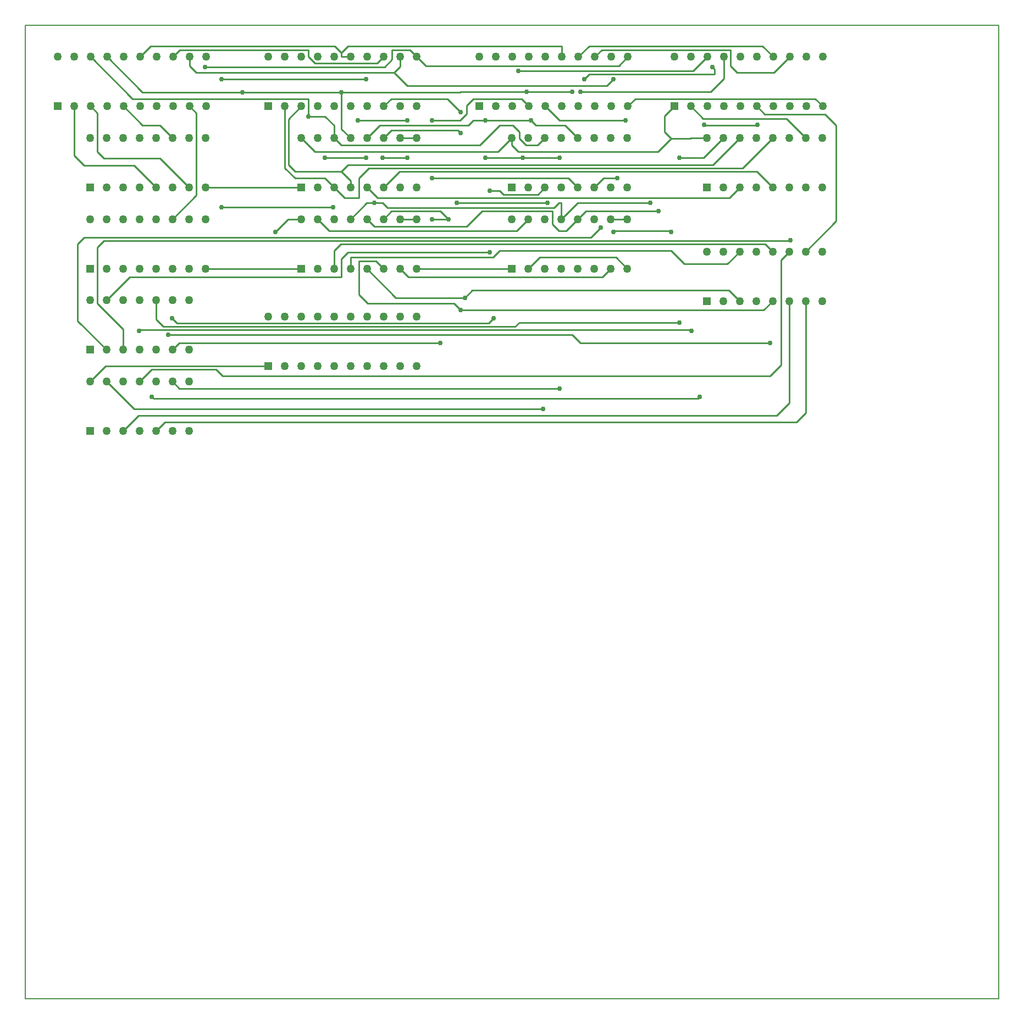
<source format=gbr>
G04 PROTEUS GERBER X2 FILE*
%TF.GenerationSoftware,Labcenter,Proteus,8.6-SP2-Build23525*%
%TF.CreationDate,2019-09-23T20:59:54+00:00*%
%TF.FileFunction,Copper,L1,Top*%
%TF.FilePolarity,Positive*%
%TF.Part,Single*%
%FSLAX45Y45*%
%MOMM*%
G01*
%TA.AperFunction,Conductor*%
%ADD10C,0.254000*%
%TA.AperFunction,ViaPad*%
%ADD11C,0.762000*%
%TA.AperFunction,ComponentPad*%
%ADD12R,1.270000X1.270000*%
%ADD13C,1.270000*%
%TA.AperFunction,Profile*%
%ADD14C,0.203200*%
%TD.AperFunction*%
D10*
X-1206500Y+8191500D02*
X-1219200Y+8178800D01*
X-11785600Y+8178800D01*
X-11887200Y+8077200D01*
X-11887200Y+7213600D01*
X-11492000Y+6818400D01*
X-11492000Y+6500000D01*
X-11239500Y+6794500D02*
X-11226800Y+6807200D01*
X-2743200Y+6807200D01*
X-2730500Y+6794500D01*
X-2921000Y+9461500D02*
X-2546500Y+9461500D01*
X-2246000Y+9762000D01*
X-2921000Y+6921500D02*
X-5384800Y+6921500D01*
X-5448300Y+6858000D01*
X-10871200Y+6858000D01*
X-10984000Y+6970800D01*
X-10984000Y+7262000D01*
X-10795000Y+6731000D02*
X-4572000Y+6731000D01*
X-4445000Y+6604000D01*
X-1524000Y+6604000D01*
X-11492000Y+5250000D02*
X-11255600Y+5486400D01*
X-1422400Y+5486400D01*
X-1230000Y+5678800D01*
X-1230000Y+7250000D01*
X-11049000Y+5778500D02*
X-11017250Y+5746750D01*
X-2635250Y+5746750D01*
X-2603500Y+5778500D01*
X-11238000Y+6012000D02*
X-11052400Y+6197600D01*
X-10058400Y+6197600D01*
X-9956800Y+6096000D01*
X-1524000Y+6096000D01*
X-1357000Y+6263000D01*
X-1357000Y+7885000D01*
X-1230000Y+8012000D01*
X-10984000Y+9000000D02*
X-11320598Y+9336598D01*
X-12090400Y+9336598D01*
X-12246000Y+9492198D01*
X-12246000Y+10250000D01*
X-10476000Y+9000000D02*
X-10924800Y+9448800D01*
X-11785600Y+9448800D01*
X-11887200Y+9550400D01*
X-11887200Y+10145200D01*
X-11992000Y+10250000D01*
X-10730000Y+9762000D02*
X-10924800Y+9956800D01*
X-11190800Y+9956800D01*
X-11484000Y+10250000D01*
X-10730000Y+8512000D02*
X-10363200Y+8878800D01*
X-10363200Y+10145200D01*
X-10468000Y+10250000D01*
X-10984000Y+5250000D02*
X-10849200Y+5384800D01*
X-1117600Y+5384800D01*
X-976000Y+5526400D01*
X-976000Y+7250000D01*
X-976000Y+8012000D02*
X-508000Y+8480000D01*
X-508000Y+9956800D01*
X-680000Y+10128800D01*
X-1608800Y+10128800D01*
X-1730000Y+10250000D01*
X-1714500Y+9969500D02*
X-1727200Y+9956800D01*
X-2527300Y+9956800D01*
X-2540000Y+9969500D01*
X-976000Y+9762000D02*
X-1272400Y+10058400D01*
X-2554400Y+10058400D01*
X-2746000Y+10250000D01*
X-6964000Y+11012000D02*
X-7071400Y+11119400D01*
X-7345000Y+11119400D01*
X-7345000Y+10972800D01*
X-7459300Y+10858500D01*
X-10223500Y+10858500D01*
X-6477000Y+8509000D02*
X-6731000Y+8509000D01*
X-6477000Y+8509000D02*
X-6604000Y+8636000D01*
X-7356000Y+8636000D01*
X-7480000Y+8512000D01*
X-6964000Y+11012000D02*
X-6823200Y+10871200D01*
X-3854800Y+10871200D01*
X-3714000Y+11012000D01*
X-3937000Y+8318500D02*
X-3924300Y+8331200D01*
X-3060700Y+8331200D01*
X-3048000Y+8318500D01*
X-7315200Y+10769600D02*
X-10363200Y+10769600D01*
X-10468000Y+10874400D01*
X-10468000Y+11012000D01*
X-7315200Y+10769600D02*
X-7112000Y+10566400D01*
X-4038600Y+10566400D01*
X-3937000Y+10668000D01*
X-7315200Y+10769600D02*
X-7218000Y+10866800D01*
X-7218000Y+11012000D01*
X-7734000Y+8512000D02*
X-7618200Y+8396200D01*
X-6197600Y+8396200D01*
X-5957800Y+8636000D01*
X-4876800Y+8636000D01*
X-4876800Y+8432800D01*
X-4775200Y+8331200D01*
X-4664800Y+8331200D01*
X-4484000Y+8512000D01*
X-4360000Y+8636000D01*
X-3238500Y+8636000D01*
X-7493000Y+8763000D02*
X-7620000Y+8763000D01*
X-7988000Y+8512000D02*
X-7737000Y+8763000D01*
X-7620000Y+8763000D01*
X-7472000Y+11012000D02*
X-7574150Y+10909850D01*
X-8534400Y+10909850D01*
X-8636000Y+11011450D01*
X-8636000Y+11119400D01*
X-10614600Y+11119400D01*
X-10722000Y+11012000D01*
X-4222000Y+11012000D02*
X-4114600Y+11119400D01*
X-2133600Y+11119400D01*
X-2133600Y+10871200D01*
X-2032000Y+10769600D01*
X-1464400Y+10769600D01*
X-1222000Y+11012000D01*
X-4738000Y+8512000D02*
X-4738000Y+8763000D01*
X-4775200Y+8763000D01*
X-4851400Y+8686800D01*
X-7416800Y+8686800D01*
X-7493000Y+8763000D01*
X-4738000Y+8512000D02*
X-4487000Y+8763000D01*
X-3365500Y+8763000D01*
X-4476000Y+11012000D02*
X-4312000Y+11176000D01*
X-1640000Y+11176000D01*
X-1476000Y+11012000D01*
X-9969500Y+10668000D02*
X-7747000Y+10668000D01*
X-8255000Y+8699500D02*
X-9969500Y+8699500D01*
X-6350000Y+8763000D02*
X-4953000Y+8763000D01*
X-4381500Y+10668000D02*
X-4305300Y+10744200D01*
X-2381250Y+10744200D01*
X-2381250Y+10820400D01*
X-2413000Y+10852150D01*
X-2413000Y+10858500D01*
X-7980000Y+11012000D02*
X-8128000Y+11012000D01*
X-8128000Y+11074400D01*
X-4730000Y+11176000D02*
X-8026400Y+11176000D01*
X-8128000Y+11074400D01*
X-8229600Y+11176000D01*
X-11066000Y+11176000D01*
X-11230000Y+11012000D01*
X-7480000Y+9762000D02*
X-7357200Y+9884800D01*
X-6328800Y+9884800D01*
X-6286500Y+9842500D01*
X-4730000Y+11012000D02*
X-4730000Y+11176000D01*
X-5207000Y+10033000D02*
X-5905500Y+10033000D01*
X-6096000Y+10033000D02*
X-6172200Y+9956800D01*
X-7539200Y+9956800D01*
X-7734000Y+9762000D01*
X-6096000Y+10033000D02*
X-5905500Y+10033000D01*
X-5207000Y+10033000D02*
X-5130800Y+9956800D01*
X-4678800Y+9956800D01*
X-4484000Y+9762000D01*
X-9652000Y+10464800D02*
X-11190800Y+10464800D01*
X-11738000Y+11012000D01*
X-8128000Y+10464800D02*
X-8128000Y+9902000D01*
X-7988000Y+9762000D01*
X-5080000Y+10477500D02*
X-5270500Y+10477500D01*
X-4445000Y+10477500D02*
X-2438400Y+10477500D01*
X-2238000Y+10677900D01*
X-2238000Y+11012000D01*
X-8128000Y+10464800D02*
X-9652000Y+10464800D01*
X-8128000Y+10464800D02*
X-6299200Y+10464800D01*
X-6286500Y+10477500D01*
X-5270500Y+10477500D01*
X-5080000Y+10477500D02*
X-4572000Y+10477500D01*
X-8636000Y+10096500D02*
X-8636000Y+10363200D01*
X-11343200Y+10363200D01*
X-11992000Y+11012000D01*
X-5397500Y+10795000D02*
X-2709000Y+10795000D01*
X-2492000Y+11012000D01*
X-8242000Y+9762000D02*
X-8242000Y+9956800D01*
X-8381700Y+10096500D01*
X-8636000Y+10096500D01*
X-8242000Y+9762000D02*
X-8132000Y+9652000D01*
X-5994400Y+9652000D01*
X-5689600Y+9956800D01*
X-5486400Y+9956800D01*
X-5384800Y+9855200D01*
X-5384800Y+9753600D01*
X-5283200Y+9652000D01*
X-5102000Y+9652000D01*
X-4992000Y+9762000D01*
X-7226000Y+7750000D02*
X-7096000Y+7620000D01*
X-4106000Y+7620000D01*
X-3976000Y+7750000D01*
X-3714000Y+10250000D02*
X-3600800Y+10363200D01*
X-827200Y+10363200D01*
X-714000Y+10250000D01*
X-5246000Y+7750000D02*
X-5071200Y+7924800D01*
X-3896800Y+7924800D01*
X-3722000Y+7750000D01*
X-10222000Y+9000000D02*
X-8750000Y+9000000D01*
X-6972000Y+7750000D02*
X-5500000Y+7750000D01*
X-10222000Y+7750000D02*
X-8750000Y+7750000D01*
X-6972000Y+8512000D02*
X-7226000Y+8512000D01*
X-7226000Y+9762000D02*
X-6972000Y+9762000D01*
X-3976000Y+8512000D02*
X-3722000Y+8512000D01*
X-6286500Y+7112000D02*
X-1622000Y+7112000D01*
X-1484000Y+7250000D01*
X-6286500Y+7112000D02*
X-6388100Y+7213600D01*
X-7721600Y+7213600D01*
X-7861000Y+7353000D01*
X-7861000Y+7862800D01*
X-7592800Y+7862800D01*
X-7480000Y+7750000D01*
X-6223000Y+7302500D02*
X-7286500Y+7302500D01*
X-7734000Y+7750000D01*
X-6223000Y+7302500D02*
X-6108700Y+7416800D01*
X-2158800Y+7416800D01*
X-1992000Y+7250000D01*
X-6286500Y+10160000D02*
X-6489700Y+10363200D01*
X-7358800Y+10363200D01*
X-7472000Y+10250000D01*
X-7988000Y+7750000D02*
X-7988000Y+7924800D01*
X-5791200Y+7924800D01*
X-5689600Y+8026400D01*
X-3048000Y+8026400D01*
X-2844800Y+7823200D01*
X-2180800Y+7823200D01*
X-1992000Y+8012000D01*
X-8242000Y+7750000D02*
X-8242000Y+8026400D01*
X-8140400Y+8128000D01*
X-1600000Y+8128000D01*
X-1484000Y+8012000D01*
X-7480000Y+9000000D02*
X-7234400Y+9245600D01*
X-1729600Y+9245600D01*
X-1484000Y+9000000D01*
X-7112000Y+10033000D02*
X-7874000Y+10033000D01*
X-7493000Y+9461500D02*
X-7112000Y+9461500D01*
X-7734000Y+9000000D02*
X-7573200Y+8839200D01*
X-2152800Y+8839200D01*
X-1992000Y+9000000D01*
X-7747000Y+9461500D02*
X-8382000Y+9461500D01*
X-8128000Y+9245600D02*
X-8026400Y+9347200D01*
X-2406800Y+9347200D01*
X-1992000Y+9762000D01*
X-8128000Y+9245600D02*
X-8839200Y+9245600D01*
X-8940800Y+9347200D01*
X-8940800Y+10051200D01*
X-8742000Y+10250000D01*
X-8128000Y+9245600D02*
X-7988000Y+9105600D01*
X-7988000Y+9000000D01*
X-8242000Y+9000000D02*
X-8081200Y+8839200D01*
X-7861000Y+8839200D01*
X-7861000Y+9144000D01*
X-7708600Y+9296400D01*
X-1949600Y+9296400D01*
X-1484000Y+9762000D01*
X-8242000Y+9000000D02*
X-8386000Y+9144000D01*
X-8839200Y+9144000D01*
X-8996000Y+9300800D01*
X-8996000Y+10250000D01*
X-4762500Y+5905500D02*
X-10623500Y+5905500D01*
X-10730000Y+6012000D01*
X-5016500Y+5588000D02*
X-11322000Y+5588000D01*
X-11746000Y+6012000D01*
X-4127500Y+8382000D02*
X-4279900Y+8229600D01*
X-12090400Y+8229600D01*
X-12192000Y+8128000D01*
X-12192000Y+6946000D01*
X-11746000Y+6500000D01*
X-3746500Y+10033000D02*
X-4767000Y+10033000D01*
X-4984000Y+10250000D01*
X-4230000Y+9000000D02*
X-4086000Y+9144000D01*
X-3873500Y+9144000D01*
X-6731000Y+9144000D02*
X-4628000Y+9144000D01*
X-4484000Y+9000000D01*
X-6604000Y+6604000D02*
X-10626000Y+6604000D01*
X-10730000Y+6500000D01*
X-6731000Y+10033000D02*
X-6299200Y+10033000D01*
X-6197600Y+10134600D01*
X-6197600Y+10261600D01*
X-6096000Y+10363200D01*
X-5351200Y+10363200D01*
X-5238000Y+10250000D01*
X-5334000Y+9461500D02*
X-4762500Y+9461500D01*
X-5334000Y+9461500D02*
X-5905500Y+9461500D01*
X-10731500Y+6985000D02*
X-10655300Y+6908800D01*
X-5854700Y+6908800D01*
X-5778500Y+6985000D01*
X-5842000Y+8953500D02*
X-5689600Y+8953500D01*
X-5630300Y+8894200D01*
X-5097800Y+8894200D01*
X-4992000Y+9000000D01*
X-5842000Y+8001000D02*
X-8026400Y+8001000D01*
X-8128000Y+7899400D01*
X-8128000Y+7620000D01*
X-11388000Y+7620000D01*
X-11746000Y+7262000D01*
X-8496000Y+8512000D02*
X-8315200Y+8331200D01*
X-5426800Y+8331200D01*
X-5246000Y+8512000D01*
X-8750000Y+9762000D02*
X-8538400Y+9550400D01*
X-5711600Y+9550400D01*
X-5500000Y+9762000D01*
X-12000000Y+6012000D02*
X-11762000Y+6250000D01*
X-9250000Y+6250000D01*
X-5500000Y+9762000D02*
X-5500000Y+9652000D01*
X-5398400Y+9550400D01*
X-3251200Y+9550400D01*
X-3048000Y+9753600D01*
X-9144000Y+8318500D02*
X-8950500Y+8512000D01*
X-8750000Y+8512000D01*
X-3000000Y+10250000D02*
X-3149600Y+10100400D01*
X-3149600Y+9855200D01*
X-3048000Y+9753600D01*
X-2500000Y+9762000D02*
X-2743200Y+9762000D01*
X-2751600Y+9753600D01*
X-3048000Y+9753600D01*
D11*
X-1206500Y+8191500D03*
X-2730500Y+6794500D03*
X-11239500Y+6794500D03*
X-2921000Y+9461500D03*
X-2921000Y+6921500D03*
X-1524000Y+6604000D03*
X-10795000Y+6731000D03*
X-2603500Y+5778500D03*
X-11049000Y+5778500D03*
X-2540000Y+9969500D03*
X-1714500Y+9969500D03*
X-10223500Y+10858500D03*
X-6731000Y+8509000D03*
X-3048000Y+8318500D03*
X-3937000Y+8318500D03*
X-6477000Y+8509000D03*
X-3937000Y+10668000D03*
X-3238500Y+8636000D03*
X-7620000Y+8763000D03*
X-3365500Y+8763000D03*
X-7747000Y+10668000D03*
X-9969500Y+10668000D03*
X-9969500Y+8699500D03*
X-8255000Y+8699500D03*
X-4953000Y+8763000D03*
X-6350000Y+8763000D03*
X-2413000Y+10858500D03*
X-4381500Y+10668000D03*
X-6286500Y+9842500D03*
X-5905500Y+10033000D03*
X-5207000Y+10033000D03*
X-5270500Y+10477500D03*
X-4445000Y+10477500D03*
X-4572000Y+10477500D03*
X-9652000Y+10464800D03*
X-8128000Y+10464800D03*
X-8636000Y+10096500D03*
X-5397500Y+10795000D03*
X-6286500Y+7112000D03*
X-6286500Y+10160000D03*
X-6223000Y+7302500D03*
X-7874000Y+10033000D03*
X-7112000Y+10033000D03*
X-7112000Y+9461500D03*
X-7493000Y+9461500D03*
X-8382000Y+9461500D03*
X-7747000Y+9461500D03*
X-4762500Y+5905500D03*
X-5016500Y+5588000D03*
X-4127500Y+8382000D03*
X-3746500Y+10033000D03*
X-3873500Y+9144000D03*
X-6604000Y+6604000D03*
X-6731000Y+9144000D03*
X-6731000Y+10033000D03*
X-4762500Y+9461500D03*
X-5905500Y+9461500D03*
X-5778500Y+6985000D03*
X-10731500Y+6985000D03*
X-5334000Y+9461500D03*
X-5842000Y+8001000D03*
X-5842000Y+8953500D03*
X-9144000Y+8318500D03*
D12*
X-12000000Y+9000000D03*
D13*
X-11746000Y+9000000D03*
X-11492000Y+9000000D03*
X-11238000Y+9000000D03*
X-10984000Y+9000000D03*
X-10730000Y+9000000D03*
X-10476000Y+9000000D03*
X-10222000Y+9000000D03*
X-10222000Y+9762000D03*
X-10476000Y+9762000D03*
X-10730000Y+9762000D03*
X-10984000Y+9762000D03*
X-11238000Y+9762000D03*
X-11492000Y+9762000D03*
X-11746000Y+9762000D03*
X-12000000Y+9762000D03*
D12*
X-12000000Y+7750000D03*
D13*
X-11746000Y+7750000D03*
X-11492000Y+7750000D03*
X-11238000Y+7750000D03*
X-10984000Y+7750000D03*
X-10730000Y+7750000D03*
X-10476000Y+7750000D03*
X-10222000Y+7750000D03*
X-10222000Y+8512000D03*
X-10476000Y+8512000D03*
X-10730000Y+8512000D03*
X-10984000Y+8512000D03*
X-11238000Y+8512000D03*
X-11492000Y+8512000D03*
X-11746000Y+8512000D03*
X-12000000Y+8512000D03*
D12*
X-8750000Y+9000000D03*
D13*
X-8496000Y+9000000D03*
X-8242000Y+9000000D03*
X-7988000Y+9000000D03*
X-7734000Y+9000000D03*
X-7480000Y+9000000D03*
X-7226000Y+9000000D03*
X-6972000Y+9000000D03*
X-6972000Y+9762000D03*
X-7226000Y+9762000D03*
X-7480000Y+9762000D03*
X-7734000Y+9762000D03*
X-7988000Y+9762000D03*
X-8242000Y+9762000D03*
X-8496000Y+9762000D03*
X-8750000Y+9762000D03*
D12*
X-8750000Y+7750000D03*
D13*
X-8496000Y+7750000D03*
X-8242000Y+7750000D03*
X-7988000Y+7750000D03*
X-7734000Y+7750000D03*
X-7480000Y+7750000D03*
X-7226000Y+7750000D03*
X-6972000Y+7750000D03*
X-6972000Y+8512000D03*
X-7226000Y+8512000D03*
X-7480000Y+8512000D03*
X-7734000Y+8512000D03*
X-7988000Y+8512000D03*
X-8242000Y+8512000D03*
X-8496000Y+8512000D03*
X-8750000Y+8512000D03*
D12*
X-9250000Y+10250000D03*
D13*
X-8996000Y+10250000D03*
X-8742000Y+10250000D03*
X-8488000Y+10250000D03*
X-8234000Y+10250000D03*
X-7980000Y+10250000D03*
X-7726000Y+10250000D03*
X-7472000Y+10250000D03*
X-7218000Y+10250000D03*
X-6964000Y+10250000D03*
X-6964000Y+11012000D03*
X-7218000Y+11012000D03*
X-7472000Y+11012000D03*
X-7726000Y+11012000D03*
X-7980000Y+11012000D03*
X-8234000Y+11012000D03*
X-8488000Y+11012000D03*
X-8742000Y+11012000D03*
X-8996000Y+11012000D03*
X-9250000Y+11012000D03*
D12*
X-5500000Y+9000000D03*
D13*
X-5246000Y+9000000D03*
X-4992000Y+9000000D03*
X-4738000Y+9000000D03*
X-4484000Y+9000000D03*
X-4230000Y+9000000D03*
X-3976000Y+9000000D03*
X-3722000Y+9000000D03*
X-3722000Y+9762000D03*
X-3976000Y+9762000D03*
X-4230000Y+9762000D03*
X-4484000Y+9762000D03*
X-4738000Y+9762000D03*
X-4992000Y+9762000D03*
X-5246000Y+9762000D03*
X-5500000Y+9762000D03*
D12*
X-5500000Y+7750000D03*
D13*
X-5246000Y+7750000D03*
X-4992000Y+7750000D03*
X-4738000Y+7750000D03*
X-4484000Y+7750000D03*
X-4230000Y+7750000D03*
X-3976000Y+7750000D03*
X-3722000Y+7750000D03*
X-3722000Y+8512000D03*
X-3976000Y+8512000D03*
X-4230000Y+8512000D03*
X-4484000Y+8512000D03*
X-4738000Y+8512000D03*
X-4992000Y+8512000D03*
X-5246000Y+8512000D03*
X-5500000Y+8512000D03*
D12*
X-6000000Y+10250000D03*
D13*
X-5746000Y+10250000D03*
X-5492000Y+10250000D03*
X-5238000Y+10250000D03*
X-4984000Y+10250000D03*
X-4730000Y+10250000D03*
X-4476000Y+10250000D03*
X-4222000Y+10250000D03*
X-3968000Y+10250000D03*
X-3714000Y+10250000D03*
X-3714000Y+11012000D03*
X-3968000Y+11012000D03*
X-4222000Y+11012000D03*
X-4476000Y+11012000D03*
X-4730000Y+11012000D03*
X-4984000Y+11012000D03*
X-5238000Y+11012000D03*
X-5492000Y+11012000D03*
X-5746000Y+11012000D03*
X-6000000Y+11012000D03*
D12*
X-12000000Y+6500000D03*
D13*
X-11746000Y+6500000D03*
X-11492000Y+6500000D03*
X-11238000Y+6500000D03*
X-10984000Y+6500000D03*
X-10730000Y+6500000D03*
X-10476000Y+6500000D03*
X-10476000Y+7262000D03*
X-10730000Y+7262000D03*
X-10984000Y+7262000D03*
X-11238000Y+7262000D03*
X-11492000Y+7262000D03*
X-11746000Y+7262000D03*
X-12000000Y+7262000D03*
D12*
X-12000000Y+5250000D03*
D13*
X-11746000Y+5250000D03*
X-11492000Y+5250000D03*
X-11238000Y+5250000D03*
X-10984000Y+5250000D03*
X-10730000Y+5250000D03*
X-10476000Y+5250000D03*
X-10476000Y+6012000D03*
X-10730000Y+6012000D03*
X-10984000Y+6012000D03*
X-11238000Y+6012000D03*
X-11492000Y+6012000D03*
X-11746000Y+6012000D03*
X-12000000Y+6012000D03*
D12*
X-9250000Y+6250000D03*
D13*
X-8996000Y+6250000D03*
X-8742000Y+6250000D03*
X-8488000Y+6250000D03*
X-8234000Y+6250000D03*
X-7980000Y+6250000D03*
X-7726000Y+6250000D03*
X-7472000Y+6250000D03*
X-7218000Y+6250000D03*
X-6964000Y+6250000D03*
X-6964000Y+7012000D03*
X-7218000Y+7012000D03*
X-7472000Y+7012000D03*
X-7726000Y+7012000D03*
X-7980000Y+7012000D03*
X-8234000Y+7012000D03*
X-8488000Y+7012000D03*
X-8742000Y+7012000D03*
X-8996000Y+7012000D03*
X-9250000Y+7012000D03*
D12*
X-2500000Y+9000000D03*
D13*
X-2246000Y+9000000D03*
X-1992000Y+9000000D03*
X-1738000Y+9000000D03*
X-1484000Y+9000000D03*
X-1230000Y+9000000D03*
X-976000Y+9000000D03*
X-722000Y+9000000D03*
X-722000Y+9762000D03*
X-976000Y+9762000D03*
X-1230000Y+9762000D03*
X-1484000Y+9762000D03*
X-1738000Y+9762000D03*
X-1992000Y+9762000D03*
X-2246000Y+9762000D03*
X-2500000Y+9762000D03*
D12*
X-2500000Y+7250000D03*
D13*
X-2246000Y+7250000D03*
X-1992000Y+7250000D03*
X-1738000Y+7250000D03*
X-1484000Y+7250000D03*
X-1230000Y+7250000D03*
X-976000Y+7250000D03*
X-722000Y+7250000D03*
X-722000Y+8012000D03*
X-976000Y+8012000D03*
X-1230000Y+8012000D03*
X-1484000Y+8012000D03*
X-1738000Y+8012000D03*
X-1992000Y+8012000D03*
X-2246000Y+8012000D03*
X-2500000Y+8012000D03*
D12*
X-3000000Y+10250000D03*
D13*
X-2746000Y+10250000D03*
X-2492000Y+10250000D03*
X-2238000Y+10250000D03*
X-1984000Y+10250000D03*
X-1730000Y+10250000D03*
X-1476000Y+10250000D03*
X-1222000Y+10250000D03*
X-968000Y+10250000D03*
X-714000Y+10250000D03*
X-714000Y+11012000D03*
X-968000Y+11012000D03*
X-1222000Y+11012000D03*
X-1476000Y+11012000D03*
X-1730000Y+11012000D03*
X-1984000Y+11012000D03*
X-2238000Y+11012000D03*
X-2492000Y+11012000D03*
X-2746000Y+11012000D03*
X-3000000Y+11012000D03*
D12*
X-12500000Y+10250000D03*
D13*
X-12246000Y+10250000D03*
X-11992000Y+10250000D03*
X-11738000Y+10250000D03*
X-11484000Y+10250000D03*
X-11230000Y+10250000D03*
X-10976000Y+10250000D03*
X-10722000Y+10250000D03*
X-10468000Y+10250000D03*
X-10214000Y+10250000D03*
X-10214000Y+11012000D03*
X-10468000Y+11012000D03*
X-10722000Y+11012000D03*
X-10976000Y+11012000D03*
X-11230000Y+11012000D03*
X-11484000Y+11012000D03*
X-11738000Y+11012000D03*
X-11992000Y+11012000D03*
X-12246000Y+11012000D03*
X-12500000Y+11012000D03*
D14*
X-13000000Y-3500000D02*
X+2000000Y-3500000D01*
X+2000000Y+11500000D01*
X-13000000Y+11500000D01*
X-13000000Y-3500000D01*
M02*

</source>
